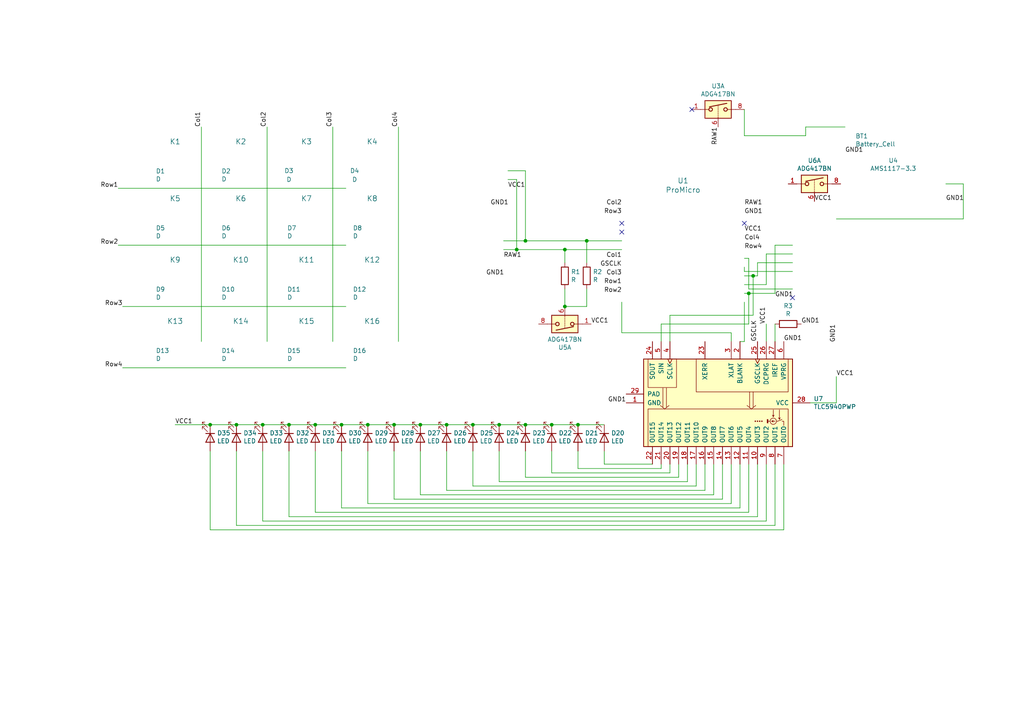
<source format=kicad_sch>
(kicad_sch (version 20231120) (generator "eeschema") (generator_version "8.0")
  (paper "A4")
  (lib_symbols
    (symbol "Analog_Switch:ADG417BN" (pin_names (offset 0.254))
      (property "Reference" "U" (at -3.175 5.334 0))
      (property "Value" "ADG417BN" (at -3.175 3.556 0))
      (symbol "ADG417BN_1_1"
        (rectangle (start -3.81 2.54) (end 3.81 -2.54) (stroke (width 0.254)) (fill (type background)))
        (circle (center -2.159 0) (radius 0.508) (stroke (width 0.254)))
        (polyline (pts (xy -5.08 0) (xy -2.794 0)))
        (polyline (pts (xy -2.54 0.762) (xy 2.54 1.778)) (stroke (width 0.254)))
        (polyline (pts (xy 0 -2.54) (xy 0 -2.032)))
        (polyline (pts (xy 0 -1.778) (xy 0 -1.524)))
        (polyline (pts (xy 0 -1.27) (xy 0 -1.016)))
        (polyline (pts (xy 0 -0.762) (xy 0 -0.508)))
        (polyline (pts (xy 0 -0.254) (xy 0 0)))
        (polyline (pts (xy 0 0.254) (xy 0 0.508)))
        (polyline (pts (xy 0 0.762) (xy 0 1.016)))
        (polyline (pts (xy 5.08 0) (xy 2.794 0)))
        (circle (center 2.159 0) (radius 0.508) (stroke (width 0.254)))
        (pin passive line (at -7.62 0 0) (length 2.54) (name "~") (number "1"))
        (pin input line (at 0 -5.08 90) (length 2.54) (name "~") (number "6"))
        (pin passive line (at 7.62 0 180) (length 2.54) (name "~") (number "8"))
      )
      (symbol "ADG417BN_2_0"
        (pin no_connect line (at -2.54 10.16 270) (length 2.54) hide (name "NC") (number "2"))
        (pin power_in line (at 0 -12.7 90) (length 2.54) (name "GND") (number "3"))
        (pin power_in line (at 0 12.7 270) (length 2.54) (name "V+") (number "4"))
        (pin power_in line (at 2.54 12.7 270) (length 2.54) (name "VL") (number "5"))
        (pin power_in line (at 2.54 -12.7 90) (length 2.54) (name "V-") (number "7"))
      )
      (symbol "ADG417BN_2_1"
        (rectangle (start -3.81 10.16) (end 6.35 -10.16) (stroke (width 0.254)) (fill (type background)))
      )
    )
    (symbol "Device:LED" (pin_numbers hide) (pin_names (offset 1.016) hide)
      (property "Reference" "D" (at 0 2.54 0))
      (property "Value" "LED" (at 0 -2.54 0))
      (symbol "LED_0_1"
        (polyline (pts (xy -1.27 -1.27) (xy -1.27 1.27)) (stroke (width 0.254)))
        (polyline (pts (xy -1.27 0) (xy 1.27 0)))
        (polyline (pts (xy 1.27 -1.27) (xy 1.27 1.27) (xy -1.27 0) (xy 1.27 -1.27)) (stroke (width 0.254)))
        (polyline (pts (xy -3.048 -0.762) (xy -4.572 -2.286) (xy -3.81 -2.286) (xy -4.572 -2.286) (xy -4.572 -1.524)))
        (polyline (pts (xy -1.778 -0.762) (xy -3.302 -2.286) (xy -2.54 -2.286) (xy -3.302 -2.286) (xy -3.302 -1.524)))
      )
      (symbol "LED_1_1"
        (pin passive line (at -3.81 0 0) (length 2.54) (name "K") (number "1"))
        (pin passive line (at 3.81 0 180) (length 2.54) (name "A") (number "2"))
      )
    )
    (symbol "Device:R" (pin_numbers hide) (pin_names (offset 0))
      (property "Reference" "R" (at 2.032 0 90))
      (property "Value" "R" (at 0 0 90))
      (symbol "R_0_1"
        (rectangle (start -1.016 -2.54) (end 1.016 2.54) (stroke (width 0.254)))
      )
      (symbol "R_1_1"
        (pin passive line (at 0 3.81 270) (length 1.27) (name "~") (number "1"))
        (pin passive line (at 0 -3.81 90) (length 1.27) (name "~") (number "2"))
      )
    )
    (symbol "Driver_LED:TLC5940PWP" (pin_names (offset 1.016))
      (property "Reference" "U" (at -12.7 22.225 0))
      (property "Value" "TLC5940PWP" (at 1.27 22.225 0))
      (symbol "TLC5940PWP_0_1"
        (rectangle (start -12.7 -21.59) (end -4.445 -13.335))
        (rectangle (start -12.7 19.05) (end -3.175 -7.62))
        (rectangle (start -12.7 20.32) (end 12.7 -22.86) (stroke (width 0.254)) (fill (type background)))
        (polyline (pts (xy -4.318 -16.256) (xy 1.27 -16.256)))
        (polyline (pts (xy -3.175 8.89) (xy 1.27 8.89)))
        (polyline (pts (xy 1.27 -17.272) (xy -4.318 -17.272)))
        (polyline (pts (xy 1.27 7.874) (xy -3.175 7.874)))
        (polyline (pts (xy 1.778 -16.764) (xy 0.762 -18.034)))
        (polyline (pts (xy 1.778 -16.764) (xy 0.762 -15.494)))
        (polyline (pts (xy 1.778 8.382) (xy 0.762 7.112)))
        (polyline (pts (xy 1.778 8.382) (xy 0.762 9.652)))
        (polyline (pts (xy 5.334 13.716) (xy 5.334 13.208)))
        (polyline (pts (xy 5.334 14.224) (xy 5.588 14.732)))
        (polyline (pts (xy 5.334 15.24) (xy 5.334 14.224) (xy 5.08 14.732)))
        (polyline (pts (xy 5.334 15.748) (xy 5.334 16.002) (xy 4.826 17.272)))
        (polyline (pts (xy 5.334 17.272) (xy 5.334 17.78) (xy 6.604 17.78)))
        (polyline (pts (xy 2.032 14.732) (xy 4.064 14.732) (xy 3.556 14.986) (xy 4.064 14.732) (xy 3.556 14.478)))
        (polyline (pts (xy 2.032 16.51) (xy 4.826 16.51) (xy 4.318 16.764) (xy 4.826 16.51) (xy 4.318 16.256)))
        (rectangle (start 1.778 19.05) (end 12.7 -21.59))
        (rectangle (start 4.826 13.208) (end 5.842 12.954) (fill (type outline)))
        (circle (center 5.334 9.525) (radius 0.127) (fill (type outline)))
        (circle (center 5.334 10.16) (radius 0.127) (fill (type outline)))
        (circle (center 5.334 10.795) (radius 0.127) (fill (type outline)))
        (circle (center 5.334 11.43) (radius 0.127) (fill (type outline)))
        (circle (center 5.334 14.732) (radius 0.9144))
      )
      (symbol "TLC5940PWP_1_1"
        (pin power_in line (at 0 -27.94 90) (length 5.08) (name "GND") (number "1"))
        (pin open_collector line (at 17.78 10.16 180) (length 5.08) (name "OUT3") (number "10"))
        (pin open_collector line (at 17.78 7.62 180) (length 5.08) (name "OUT4") (number "11"))
        (pin open_collector line (at 17.78 5.08 180) (length 5.08) (name "OUT5") (number "12"))
        (pin open_collector line (at 17.78 2.54 180) (length 5.08) (name "OUT6") (number "13"))
        (pin open_collector line (at 17.78 0 180) (length 5.08) (name "OUT7") (number "14"))
        (pin open_collector line (at 17.78 -2.54 180) (length 5.08) (name "OUT8") (number "15"))
        (pin open_collector line (at 17.78 -5.08 180) (length 5.08) (name "OUT9") (number "16"))
        (pin open_collector line (at 17.78 -7.62 180) (length 5.08) (name "OUT10") (number "17"))
        (pin open_collector line (at 17.78 -10.16 180) (length 5.08) (name "OUT11") (number "18"))
        (pin open_collector line (at 17.78 -12.7 180) (length 5.08) (name "OUT12") (number "19"))
        (pin input line (at -17.78 5.08 0) (length 5.08) (name "BLANK") (number "2"))
        (pin open_collector line (at 17.78 -15.24 180) (length 5.08) (name "OUT13") (number "20"))
        (pin open_collector line (at 17.78 -17.78 180) (length 5.08) (name "OUT14") (number "21"))
        (pin open_collector line (at 17.78 -20.32 180) (length 5.08) (name "OUT15") (number "22"))
        (pin open_collector line (at -17.78 -5.08 0) (length 5.08) (name "XERR") (number "23"))
        (pin output line (at -17.78 -20.32 0) (length 5.08) (name "SOUT") (number "24"))
        (pin input clock (at -17.78 10.16 0) (length 5.08) (name "GSCLK") (number "25"))
        (pin input line (at -17.78 12.7 0) (length 5.08) (name "DCPRG") (number "26"))
        (pin input line (at -17.78 15.24 0) (length 5.08) (name "IREF") (number "27"))
        (pin power_in line (at 0 25.4 270) (length 5.08) (name "VCC") (number "28"))
        (pin input line (at -2.54 -27.94 90) (length 5.08) (name "PAD") (number "29"))
        (pin input line (at -17.78 2.54 0) (length 5.08) (name "XLAT") (number "3"))
        (pin input clock (at -17.78 -15.24 0) (length 5.08) (name "SCLK") (number "4"))
        (pin input line (at -17.78 -17.78 0) (length 5.08) (name "SIN") (number "5"))
        (pin input line (at -17.78 17.78 0) (length 5.08) (name "VPRG") (number "6"))
        (pin open_collector line (at 17.78 17.78 180) (length 5.08) (name "OUT0") (number "7"))
        (pin open_collector line (at 17.78 15.24 180) (length 5.08) (name "OUT1") (number "8"))
        (pin open_collector line (at 17.78 12.7 180) (length 5.08) (name "OUT2") (number "9"))
      )
    )
  )
  (junction (at 170.18 69.85))
  (junction (at 99.06 123.19))
  (junction (at 76.2 123.19))
  (junction (at 83.82 123.19))
  (junction (at 149.86 72.39))
  (junction (at 114.3 123.19))
  (junction (at 68.58 123.19))
  (junction (at 121.92 123.19))
  (junction (at 144.78 123.19))
  (junction (at 106.68 123.19))
  (junction (at 218.44 80.01))
  (junction (at 163.83 72.39))
  (junction (at 167.64 123.19))
  (junction (at 160.02 123.19))
  (junction (at 163.83 88.9))
  (junction (at 137.16 123.19))
  (junction (at 152.4 123.19))
  (junction (at 60.96 123.19))
  (junction (at 217.17 85.09))
  (junction (at 129.54 123.19))
  (junction (at 91.44 123.19))
  (junction (at 152.4 69.85))
  (no_connect (at 200.66 31.75))
  (no_connect (at 180.34 64.77))
  (no_connect (at 215.9 64.77))
  (no_connect (at 356.87 29.21))
  (no_connect (at 229.87 86.36))
  (no_connect (at 180.34 67.31))
  (wire (pts (xy 209.55 144.78) (xy 114.3 144.78)))
  (wire (pts (xy 217.17 85.09) (xy 217.17 93.98)))
  (wire (pts (xy 58.42 36.83) (xy 58.42 99.06)))
  (wire (pts (xy 242.57 116.84) (xy 242.57 109.22)))
  (wire (pts (xy 201.93 134.62) (xy 201.93 140.97)))
  (wire (pts (xy 129.54 123.19) (xy 137.16 123.19)))
  (wire (pts (xy 163.83 72.39) (xy 180.34 72.39)))
  (wire (pts (xy 191.77 135.89) (xy 167.64 135.89)))
  (wire (pts (xy 222.25 73.66) (xy 222.25 82.55)))
  (wire (pts (xy 160.02 137.16) (xy 160.02 130.81)))
  (wire (pts (xy 146.05 72.39) (xy 149.86 72.39)))
  (wire (pts (xy 217.17 134.62) (xy 217.17 148.59)))
  (wire (pts (xy 115.57 36.83) (xy 115.57 99.06)))
  (wire (pts (xy 189.23 134.62) (xy 175.26 134.62)))
  (wire (pts (xy 227.33 153.67) (xy 60.96 153.67)))
  (wire (pts (xy 152.4 138.43) (xy 152.4 130.81)))
  (wire (pts (xy 99.06 147.32) (xy 99.06 130.81)))
  (wire (pts (xy 83.82 149.86) (xy 83.82 130.81)))
  (wire (pts (xy 227.33 134.62) (xy 227.33 153.67)))
  (wire (pts (xy 191.77 93.98) (xy 191.77 99.06)))
  (wire (pts (xy 170.18 76.2) (xy 170.18 69.85)))
  (wire (pts (xy 212.09 146.05) (xy 106.68 146.05)))
  (wire (pts (xy 194.31 91.44) (xy 194.31 99.06)))
  (wire (pts (xy 279.4 63.5) (xy 242.57 63.5)))
  (wire (pts (xy 137.16 123.19) (xy 144.78 123.19)))
  (wire (pts (xy 217.17 74.93) (xy 215.9 74.93)))
  (wire (pts (xy 196.85 134.62) (xy 196.85 138.43)))
  (wire (pts (xy 35.56 88.9) (xy 100.33 88.9)))
  (wire (pts (xy 68.58 152.4) (xy 68.58 130.81)))
  (wire (pts (xy 212.09 134.62) (xy 212.09 146.05)))
  (wire (pts (xy 201.93 140.97) (xy 137.16 140.97)))
  (wire (pts (xy 91.44 123.19) (xy 99.06 123.19)))
  (wire (pts (xy 207.01 134.62) (xy 207.01 143.51)))
  (wire (pts (xy 209.55 134.62) (xy 209.55 144.78)))
  (wire (pts (xy 218.44 80.01) (xy 218.44 91.44)))
  (wire (pts (xy 229.87 83.82) (xy 217.17 83.82)))
  (wire (pts (xy 219.71 80.01) (xy 219.71 76.2)))
  (wire (pts (xy 215.9 85.09) (xy 217.17 85.09)))
  (wire (pts (xy 279.4 53.34) (xy 279.4 63.5)))
  (wire (pts (xy 196.85 138.43) (xy 152.4 138.43)))
  (wire (pts (xy 229.87 78.74) (xy 215.9 78.74)))
  (wire (pts (xy 152.4 69.85) (xy 170.18 69.85)))
  (wire (pts (xy 129.54 142.24) (xy 129.54 130.81)))
  (wire (pts (xy 219.71 76.2) (xy 229.87 76.2)))
  (wire (pts (xy 152.4 49.53) (xy 152.4 69.85)))
  (wire (pts (xy 35.56 106.68) (xy 100.33 106.68)))
  (wire (pts (xy 163.83 76.2) (xy 163.83 72.39)))
  (wire (pts (xy 76.2 123.19) (xy 83.82 123.19)))
  (wire (pts (xy 222.25 99.06) (xy 222.25 93.98)))
  (wire (pts (xy 167.64 123.19) (xy 175.26 123.19)))
  (wire (pts (xy 224.79 152.4) (xy 68.58 152.4)))
  (wire (pts (xy 114.3 123.19) (xy 121.92 123.19)))
  (wire (pts (xy 147.32 49.53) (xy 152.4 49.53)))
  (wire (pts (xy 224.79 93.98) (xy 224.79 99.06)))
  (wire (pts (xy 147.32 52.07) (xy 149.86 52.07)))
  (wire (pts (xy 194.31 134.62) (xy 194.31 137.16)))
  (wire (pts (xy 218.44 80.01) (xy 219.71 80.01)))
  (wire (pts (xy 204.47 134.62) (xy 204.47 142.24)))
  (wire (pts (xy 215.9 78.74) (xy 215.9 77.47)))
  (wire (pts (xy 218.44 91.44) (xy 194.31 91.44)))
  (wire (pts (xy 50.8 123.19) (xy 60.96 123.19)))
  (wire (pts (xy 68.58 123.19) (xy 76.2 123.19)))
  (wire (pts (xy 180.34 96.52) (xy 212.09 96.52)))
  (wire (pts (xy 191.77 134.62) (xy 191.77 135.89)))
  (wire (pts (xy 217.17 93.98) (xy 191.77 93.98)))
  (wire (pts (xy 146.05 69.85) (xy 152.4 69.85)))
  (wire (pts (xy 121.92 123.19) (xy 129.54 123.19)))
  (wire (pts (xy 91.44 148.59) (xy 91.44 130.81)))
  (wire (pts (xy 233.68 39.37) (xy 215.9 39.37)))
  (wire (pts (xy 222.25 82.55) (xy 215.9 82.55)))
  (wire (pts (xy 114.3 144.78) (xy 114.3 130.81)))
  (wire (pts (xy 274.32 53.34) (xy 279.4 53.34)))
  (wire (pts (xy 215.9 80.01) (xy 218.44 80.01)))
  (wire (pts (xy 245.11 36.83) (xy 233.68 36.83)))
  (wire (pts (xy 77.47 36.83) (xy 77.47 99.06)))
  (wire (pts (xy 222.25 151.13) (xy 76.2 151.13)))
  (wire (pts (xy 207.01 143.51) (xy 121.92 143.51)))
  (wire (pts (xy 163.83 88.9) (xy 163.83 83.82)))
  (wire (pts (xy 106.68 123.19) (xy 114.3 123.19)))
  (wire (pts (xy 106.68 146.05) (xy 106.68 130.81)))
  (wire (pts (xy 215.9 99.06) (xy 214.63 99.06)))
  (wire (pts (xy 214.63 134.62) (xy 214.63 147.32)))
  (wire (pts (xy 217.17 74.93) (xy 217.17 83.82)))
  (wire (pts (xy 163.83 88.9) (xy 170.18 88.9)))
  (wire (pts (xy 234.95 116.84) (xy 242.57 116.84)))
  (wire (pts (xy 215.9 87.63) (xy 215.9 99.06)))
  (wire (pts (xy 121.92 143.51) (xy 121.92 130.81)))
  (wire (pts (xy 175.26 134.62) (xy 175.26 130.81)))
  (wire (pts (xy 60.96 153.67) (xy 60.96 130.81)))
  (wire (pts (xy 34.29 54.61) (xy 100.33 54.61)))
  (wire (pts (xy 149.86 72.39) (xy 163.83 72.39)))
  (wire (pts (xy 224.79 134.62) (xy 224.79 152.4)))
  (wire (pts (xy 144.78 123.19) (xy 152.4 123.19)))
  (wire (pts (xy 199.39 134.62) (xy 199.39 139.7)))
  (wire (pts (xy 149.86 52.07) (xy 149.86 72.39)))
  (wire (pts (xy 137.16 140.97) (xy 137.16 130.81)))
  (wire (pts (xy 214.63 147.32) (xy 99.06 147.32)))
  (wire (pts (xy 222.25 134.62) (xy 222.25 151.13)))
  (wire (pts (xy 217.17 148.59) (xy 91.44 148.59)))
  (wire (pts (xy 83.82 123.19) (xy 91.44 123.19)))
  (wire (pts (xy 180.34 87.63) (xy 180.34 96.52)))
  (wire (pts (xy 215.9 39.37) (xy 215.9 31.75)))
  (wire (pts (xy 152.4 123.19) (xy 160.02 123.19)))
  (wire (pts (xy 219.71 149.86) (xy 83.82 149.86)))
  (wire (pts (xy 160.02 123.19) (xy 167.64 123.19)))
  (wire (pts (xy 224.79 85.09) (xy 224.79 71.12)))
  (wire (pts (xy 219.71 134.62) (xy 219.71 149.86)))
  (wire (pts (xy 224.79 71.12) (xy 229.87 71.12)))
  (wire (pts (xy 199.39 139.7) (xy 144.78 139.7)))
  (wire (pts (xy 60.96 123.19) (xy 68.58 123.19)))
  (wire (pts (xy 170.18 88.9) (xy 170.18 83.82)))
  (wire (pts (xy 167.64 135.89) (xy 167.64 130.81)))
  (wire (pts (xy 233.68 36.83) (xy 233.68 39.37)))
  (wire (pts (xy 34.29 71.12) (xy 100.33 71.12)))
  (wire (pts (xy 204.47 142.24) (xy 129.54 142.24)))
  (wire (pts (xy 229.87 73.66) (xy 222.25 73.66)))
  (wire (pts (xy 99.06 123.19) (xy 106.68 123.19)))
  (wire (pts (xy 212.09 96.52) (xy 212.09 99.06)))
  (wire (pts (xy 96.52 36.83) (xy 96.52 99.06)))
  (wire (pts (xy 194.31 137.16) (xy 160.02 137.16)))
  (wire (pts (xy 217.17 85.09) (xy 224.79 85.09)))
  (wire (pts (xy 76.2 151.13) (xy 76.2 130.81)))
  (wire (pts (xy 170.18 69.85) (xy 180.34 69.85)))
  (wire (pts (xy 144.78 139.7) (xy 144.78 130.81)))
  (label "VCC1" (at 147.32 54.61 0))
  (label "GND1" (at 215.9 62.23 0))
  (label "GND1" (at 181.61 116.84 180))
  (label "Row3" (at 35.56 88.9 180))
  (label "VCC1" (at 171.45 93.98 0))
  (label "GSCLK" (at 180.34 77.47 180))
  (label "Row1" (at 34.29 54.61 180))
  (label "VCC1" (at 50.8 123.19 0))
  (label "GND1" (at 142.24 59.69 0))
  (label "Col1" (at 180.34 74.93 180))
  (label "RAW1" (at 208.28 36.83 270))
  (label "Col2" (at 180.34 59.69 180))
  (label "Col3" (at 180.34 80.01 180))
  (label "GND1" (at 232.41 93.98 0))
  (label "Row4" (at 35.56 106.68 180))
  (label "GND1" (at 245.11 44.45 0))
  (label "VCC1" (at 242.57 109.22 0))
  (label "Col1" (at 58.42 36.83 90))
  (label "GND1" (at 274.32 58.42 0))
  (label "GND1" (at 227.33 99.06 0))
  (label "GND1" (at 242.57 93.98 270))
  (label "VCC1" (at 236.22 58.42 0))
  (label "GSCLK" (at 219.71 99.06 90))
  (label "Col4" (at 215.9 69.85 0))
  (label "GND1" (at 224.79 86.36 0))
  (label "Col3" (at 96.52 36.83 90))
  (label "Col2" (at 77.47 36.83 90))
  (label "Row3" (at 180.34 62.23 180))
  (label "Row2" (at 180.34 85.09 180))
  (label "Row4" (at 215.9 72.39 0))
  (label "RAW1" (at 146.05 74.93 0))
  (label "Row1" (at 180.34 82.55 180))
  (label "RAW1" (at 215.9 59.69 0))
  (label "GND1" (at 140.97 80.01 0))
  (label "VCC1" (at 215.9 67.31 0))
  (label "Row2" (at 34.29 71.12 180))
  (label "VCC1" (at 222.25 93.98 90))
  (label "Col4" (at 115.57 36.83 90))
  (symbol (lib_id "arrowPad-rescue:ProMicro-promicro") (at 198.12 78.74 0) (unit 1)
    (property "Reference" "U1" (at 198.12 52.4002 0) (effects (font (size 1.524 1.524))))
    (property "Value" "ProMicro" (at 198.12 55.0926 0) (effects (font (size 1.524 1.524))))
    (property "Footprint" "foots:ProMicroPinsFlipped" (effects (hide yes)))
  )
  (symbol (lib_id "arrowPad-rescue:KEYSW-keyboard_parts") (at 88.9 46.99 0) (unit 1)
    (property "Reference" "K3" (at 88.9 41.0718 0) (effects (font (size 1.524 1.524))))
    (property "Value" "KEYSW" (effects (hide yes)))
    (property "Footprint" "keyswitches:PG1350_socket" (effects (hide yes)))
  )
  (symbol (lib_id "arrowPad-rescue:D-Device") (at 81.28 50.8 90) (unit 1)
    (property "Reference" "D3" (at 83.82 49.53 90))
    (property "Value" "D" (at 83.82 52.07 90))
    (property "Footprint" "keyboard_parts:D_SOD123_axial_noSMD" (effects (hide yes)))
  )
  (symbol (lib_id "arrowPad-rescue:D-Device") (at 62.23 50.8 90) (unit 1)
    (property "Reference" "D2" (at 64.2366 49.6316 90) (effects (justify right)))
    (property "Value" "D" (at 64.2366 51.943 90) (effects (justify right)))
    (property "Footprint" "keyboard_parts:D_SOD123_axial_noSMD" (effects (hide yes)))
  )
  (symbol (lib_id "arrowPad-rescue:KEYSW-keyboard_parts") (at 69.85 46.99 0) (unit 1)
    (property "Reference" "K2" (at 69.85 41.0718 0) (effects (font (size 1.524 1.524))))
    (property "Value" "KEYSW" (effects (hide yes)))
    (property "Footprint" "keyswitches:PG1350_socket" (effects (hide yes)))
  )
  (symbol (lib_id "arrowPad-rescue:KEYSW-keyboard_parts") (at 50.8 46.99 0) (unit 1)
    (property "Reference" "K1" (at 50.8 41.0718 0) (effects (font (size 1.524 1.524))))
    (property "Value" "KEYSW" (effects (hide yes)))
    (property "Footprint" "keyswitches:PG1350_socket" (effects (hide yes)))
  )
  (symbol (lib_id "arrowPad-rescue:KEYSW-keyboard_parts") (at 50.8 63.5 0) (unit 1)
    (property "Reference" "K5" (at 50.8 57.5818 0) (effects (font (size 1.524 1.524))))
    (property "Value" "KEYSW" (effects (hide yes)))
    (property "Footprint" "keyswitches:PG1350_socket" (effects (hide yes)))
  )
  (symbol (lib_id "arrowPad-rescue:KEYSW-keyboard_parts") (at 69.85 63.5 0) (unit 1)
    (property "Reference" "K6" (at 69.85 57.5818 0) (effects (font (size 1.524 1.524))))
    (property "Value" "KEYSW" (effects (hide yes)))
    (property "Footprint" "keyswitches:PG1350_socket" (effects (hide yes)))
  )
  (symbol (lib_id "arrowPad-rescue:KEYSW-keyboard_parts") (at 88.9 63.5 0) (unit 1)
    (property "Reference" "K7" (at 88.9 57.5818 0) (effects (font (size 1.524 1.524))))
    (property "Value" "KEYSW" (effects (hide yes)))
    (property "Footprint" "keyswitches:PG1350_socket" (effects (hide yes)))
  )
  (symbol (lib_id "arrowPad-rescue:D-Device") (at 43.18 50.8 90) (unit 1)
    (property "Reference" "D1" (at 45.1866 49.6316 90) (effects (justify right)))
    (property "Value" "D" (at 45.1866 51.943 90) (effects (justify right)))
    (property "Footprint" "keyboard_parts:D_SOD123_axial_noSMD" (effects (hide yes)))
  )
  (symbol (lib_id "arrowPad-rescue:D-Device") (at 43.18 67.31 90) (unit 1)
    (property "Reference" "D5" (at 45.1866 66.1416 90) (effects (justify right)))
    (property "Value" "D" (at 45.1866 68.453 90) (effects (justify right)))
    (property "Footprint" "keyboard_parts:D_SOD123_axial_noSMD" (effects (hide yes)))
  )
  (symbol (lib_id "arrowPad-rescue:D-Device") (at 62.23 67.31 90) (unit 1)
    (property "Reference" "D6" (at 64.2366 66.1416 90) (effects (justify right)))
    (property "Value" "D" (at 64.2366 68.453 90) (effects (justify right)))
    (property "Footprint" "keyboard_parts:D_SOD123_axial_noSMD" (effects (hide yes)))
  )
  (symbol (lib_id "arrowPad-rescue:D-Device") (at 81.28 67.31 90) (unit 1)
    (property "Reference" "D7" (at 83.2866 66.1416 90) (effects (justify right)))
    (property "Value" "D" (at 83.2866 68.453 90) (effects (justify right)))
    (property "Footprint" "keyboard_parts:D_SOD123_axial_noSMD" (effects (hide yes)))
  )
  (symbol (lib_id "arrowPad-rescue:NRF24L01_Breakout-RF") (at 242.57 78.74 0) (unit 1)
    (property "Reference" "U2" (at 254.7112 79.2988 0) (effects (justify left)))
    (property "Value" "NRF24L01_Breakout" (at 254.7112 81.6102 0) (effects (justify left)))
    (property "Footprint" "keyboard_parts:nrf24l01header" (effects (hide yes)))
    (property "Datasheet" "http://www.nordicsemi.com/eng/content/download/2730/34105/file/nRF24L01_Product_Specification_v2_0.pdf" (effects (hide yes)))
  )
  (symbol (lib_id "arrowPad-rescue:Battery_Cell-Device") (at 245.11 41.91 0) (unit 1)
    (property "Reference" "BT1" (at 248.1072 39.4716 0) (effects (justify left)))
    (property "Value" "Battery_Cell" (at 248.1072 41.783 0) (effects (justify left)))
    (property "Footprint" "Connector_PinHeader_2.54mm:PinHeader_1x02_P2.54mm_Vertical" (effects (hide yes)))
  )
  (symbol (lib_id "arrowPad-rescue:KEYSW-keyboard_parts") (at 50.8 81.28 0) (unit 1)
    (property "Reference" "K9" (at 50.8 75.3618 0) (effects (font (size 1.524 1.524))))
    (property "Value" "KEYSW" (effects (hide yes)))
    (property "Footprint" "keyswitches:PG1350_socket" (effects (hide yes)))
  )
  (symbol (lib_id "arrowPad-rescue:KEYSW-keyboard_parts") (at 69.85 81.28 0) (unit 1)
    (property "Reference" "K10" (at 69.85 75.3618 0) (effects (font (size 1.524 1.524))))
    (property "Value" "KEYSW" (effects (hide yes)))
    (property "Footprint" "keyswitches:PG1350_socket" (effects (hide yes)))
  )
  (symbol (lib_id "arrowPad-rescue:KEYSW-keyboard_parts") (at 88.9 81.28 0) (unit 1)
    (property "Reference" "K11" (at 88.9 75.3618 0) (effects (font (size 1.524 1.524))))
    (property "Value" "KEYSW" (effects (hide yes)))
    (property "Footprint" "keyswitches:PG1350_socket" (effects (hide yes)))
  )
  (symbol (lib_id "arrowPad-rescue:D-Device") (at 43.18 85.09 90) (unit 1)
    (property "Reference" "D9" (at 45.1866 83.9216 90) (effects (justify right)))
    (property "Value" "D" (at 45.1866 86.233 90) (effects (justify right)))
    (property "Footprint" "keyboard_parts:D_SOD123_axial_noSMD" (effects (hide yes)))
  )
  (symbol (lib_id "arrowPad-rescue:D-Device") (at 62.23 85.09 90) (unit 1)
    (property "Reference" "D10" (at 64.2366 83.9216 90) (effects (justify right)))
    (property "Value" "D" (at 64.2366 86.233 90) (effects (justify right)))
    (property "Footprint" "keyboard_parts:D_SOD123_axial_noSMD" (effects (hide yes)))
  )
  (symbol (lib_id "arrowPad-rescue:D-Device") (at 81.28 85.09 90) (unit 1)
    (property "Reference" "D11" (at 83.2866 83.9216 90) (effects (justify right)))
    (property "Value" "D" (at 83.2866 86.233 90) (effects (justify right)))
    (property "Footprint" "keyboard_parts:D_SOD123_axial_noSMD" (effects (hide yes)))
  )
  (symbol (lib_id "arrowPad-rescue:AudioJack3_Ground-Connector") (at 142.24 52.07 0) (unit 1)
    (property "Reference" "J1" (at 141.732 43.815 0))
    (property "Value" "AudioJack3_Ground" (at 141.732 46.1264 0))
    (property "Footprint" "SJ-43514-SMT:CUI_SJ-43514-SMT" (effects (hide yes)))
  )
  (symbol (lib_id "arrowPad-rescue:AudioJack3_Ground-Connector") (at 140.97 72.39 0) (unit 1)
    (property "Reference" "J2" (at 140.462 64.135 0))
    (property "Value" "AudioJack3_Ground" (at 140.462 66.4464 0))
    (property "Footprint" "SJ-43514-SMT:CUI_SJ-43514-SMT" (effects (hide yes)))
  )
  (symbol (lib_id "Analog_Switch:ADG417BN") (at 208.28 31.75 0) (unit 1)
    (property "Reference" "U3" (at 208.28 24.9682 0))
    (property "Value" "ADG417BN" (at 208.28 27.2796 0))
    (property "Footprint" "Connector_PinHeader_2.54mm:PinHeader_1x03_P2.54mm_Vertical" (effects (hide yes)))
    (property "Datasheet" "http://www.analog.com/media/en/technical-documentation/data-sheets/ADG417.pdf" (effects (hide yes)))
  )
  (symbol (lib_id "AMS1117-3.3:AMS1117-3.3") (at 259.08 55.88 0) (unit 1)
    (property "Reference" "U4" (at 259.08 46.5582 0))
    (property "Value" "AMS1117-3.3" (at 259.08 48.8696 0))
    (property "Footprint" "AMS1117-3.3:SOT229P700X180-4N" (effects (hide yes)))
    (property "Datasheet" "Sot223/Pkg 1-Amp 3.3-Volt Low Drop Out Voltage Regulatator" (effects (hide yes)))
    (property "Field4" "Advanced Monolithic Systems" (effects (hide yes)))
    (property "Field5" "None" (effects (hide yes)))
    (property "Field6" "Unavailable" (effects (hide yes)))
    (property "Field7" "None" (effects (hide yes)))
    (property "Field8" "AMS1117-3.3" (effects (hide yes)))
  )
  (symbol (lib_id "arrowPad-rescue:KEYSW-keyboard_parts") (at 107.95 46.99 0) (unit 1)
    (property "Reference" "K4" (at 107.95 41.0718 0) (effects (font (size 1.524 1.524))))
    (property "Value" "KEYSW" (effects (hide yes)))
    (property "Footprint" "keyswitches:PG1350_socket" (effects (hide yes)))
  )
  (symbol (lib_id "arrowPad-rescue:D-Device") (at 100.33 50.8 90) (unit 1)
    (property "Reference" "D4" (at 102.87 49.53 90))
    (property "Value" "D" (at 102.87 52.07 90))
    (property "Footprint" "keyboard_parts:D_SOD123_axial_noSMD" (effects (hide yes)))
  )
  (symbol (lib_id "arrowPad-rescue:KEYSW-keyboard_parts") (at 107.95 63.5 0) (unit 1)
    (property "Reference" "K8" (at 107.95 57.5818 0) (effects (font (size 1.524 1.524))))
    (property "Value" "KEYSW" (effects (hide yes)))
    (property "Footprint" "keyswitches:PG1350_socket" (effects (hide yes)))
  )
  (symbol (lib_id "arrowPad-rescue:D-Device") (at 100.33 67.31 90) (unit 1)
    (property "Reference" "D8" (at 102.3366 66.1416 90) (effects (justify right)))
    (property "Value" "D" (at 102.3366 68.453 90) (effects (justify right)))
    (property "Footprint" "keyboard_parts:D_SOD123_axial_noSMD" (effects (hide yes)))
  )
  (symbol (lib_id "arrowPad-rescue:KEYSW-keyboard_parts") (at 107.95 81.28 0) (unit 1)
    (property "Reference" "K12" (at 107.95 75.3618 0) (effects (font (size 1.524 1.524))))
    (property "Value" "KEYSW" (effects (hide yes)))
    (property "Footprint" "keyswitches:PG1350_socket" (effects (hide yes)))
  )
  (symbol (lib_id "arrowPad-rescue:D-Device") (at 100.33 85.09 90) (unit 1)
    (property "Reference" "D12" (at 102.3366 83.9216 90) (effects (justify right)))
    (property "Value" "D" (at 102.3366 86.233 90) (effects (justify right)))
    (property "Footprint" "keyboard_parts:D_SOD123_axial_noSMD" (effects (hide yes)))
  )
  (symbol (lib_id "arrowPad-rescue:KEYSW-keyboard_parts") (at 50.8 99.06 0) (unit 1)
    (property "Reference" "K13" (at 50.8 93.1418 0) (effects (font (size 1.524 1.524))))
    (property "Value" "KEYSW" (effects (hide yes)))
    (property "Footprint" "keyswitches:PG1350_socket" (effects (hide yes)))
  )
  (symbol (lib_id "arrowPad-rescue:KEYSW-keyboard_parts") (at 69.85 99.06 0) (unit 1)
    (property "Reference" "K14" (at 69.85 93.1418 0) (effects (font (size 1.524 1.524))))
    (property "Value" "KEYSW" (effects (hide yes)))
    (property "Footprint" "keyswitches:PG1350_socket" (effects (hide yes)))
  )
  (symbol (lib_id "arrowPad-rescue:KEYSW-keyboard_parts") (at 88.9 99.06 0) (unit 1)
    (property "Reference" "K15" (at 88.9 93.1418 0) (effects (font (size 1.524 1.524))))
    (property "Value" "KEYSW" (effects (hide yes)))
    (property "Footprint" "keyswitches:PG1350_socket" (effects (hide yes)))
  )
  (symbol (lib_id "arrowPad-rescue:D-Device") (at 43.18 102.87 90) (unit 1)
    (property "Reference" "D13" (at 45.1866 101.7016 90) (effects (justify right)))
    (property "Value" "D" (at 45.1866 104.013 90) (effects (justify right)))
    (property "Footprint" "keyboard_parts:D_SOD123_axial_noSMD" (effects (hide yes)))
  )
  (symbol (lib_id "arrowPad-rescue:D-Device") (at 62.23 102.87 90) (unit 1)
    (property "Reference" "D14" (at 64.2366 101.7016 90) (effects (justify right)))
    (property "Value" "D" (at 64.2366 104.013 90) (effects (justify right)))
    (property "Footprint" "keyboard_parts:D_SOD123_axial_noSMD" (effects (hide yes)))
  )
  (symbol (lib_id "arrowPad-rescue:D-Device") (at 81.28 102.87 90) (unit 1)
    (property "Reference" "D15" (at 83.2866 101.7016 90) (effects (justify right)))
    (property "Value" "D" (at 83.2866 104.013 90) (effects (justify right)))
    (property "Footprint" "keyboard_parts:D_SOD123_axial_noSMD" (effects (hide yes)))
  )
  (symbol (lib_id "arrowPad-rescue:KEYSW-keyboard_parts") (at 107.95 99.06 0) (unit 1)
    (property "Reference" "K16" (at 107.95 93.1418 0) (effects (font (size 1.524 1.524))))
    (property "Value" "KEYSW" (effects (hide yes)))
    (property "Footprint" "keyswitches:PG1350_socket" (effects (hide yes)))
  )
  (symbol (lib_id "arrowPad-rescue:D-Device") (at 100.33 102.87 90) (unit 1)
    (property "Reference" "D16" (at 102.3366 101.7016 90) (effects (justify right)))
    (property "Value" "D" (at 102.3366 104.013 90) (effects (justify right)))
    (property "Footprint" "keyboard_parts:D_SOD123_axial_noSMD" (effects (hide yes)))
  )
  (symbol (lib_id "Analog_Switch:ADG417BN") (at 163.83 93.98 180) (unit 1)
    (property "Reference" "U5" (at 163.83 100.7618 0))
    (property "Value" "ADG417BN" (at 163.83 98.4504 0))
    (property "Footprint" "Connector_PinHeader_2.54mm:PinHeader_1x03_P2.54mm_Vertical" (effects (hide yes)))
    (property "Datasheet" "http://www.analog.com/media/en/technical-documentation/data-sheets/ADG417.pdf" (effects (hide yes)))
  )
  (symbol (lib_id "Device:R") (at 170.18 80.01 0) (unit 1)
    (property "Reference" "R2" (at 171.958 78.8416 0) (effects (justify left)))
    (property "Value" "R" (at 171.958 81.153 0) (effects (justify left)))
    (property "Footprint" "keyboard_parts:D_SOD123_axial" (effects (hide yes)))
  )
  (symbol (lib_id "Device:R") (at 163.83 80.01 0) (unit 1)
    (property "Reference" "R1" (at 165.608 78.8416 0) (effects (justify left)))
    (property "Value" "R" (at 165.608 81.153 0) (effects (justify left)))
    (property "Footprint" "keyboard_parts:D_SOD123_axial" (effects (hide yes)))
  )
  (symbol (lib_id "Analog_Switch:ADG417BN") (at 236.22 53.34 0) (unit 1)
    (property "Reference" "U6" (at 236.22 46.5582 0))
    (property "Value" "ADG417BN" (at 236.22 48.8696 0))
    (property "Footprint" "Connector_PinHeader_2.54mm:PinHeader_1x03_P2.54mm_Vertical" (effects (hide yes)))
    (property "Datasheet" "http://www.analog.com/media/en/technical-documentation/data-sheets/ADG417.pdf" (effects (hide yes)))
  )
  (symbol (lib_id "Device:LED") (at 175.26 127 270) (unit 1)
    (property "Reference" "D20" (at 177.2666 125.603 90) (effects (justify left)))
    (property "Value" "LED" (at 177.2666 127.9144 90) (effects (justify left)))
    (property "Footprint" "foots:C_3528v1" (effects (hide yes)))
  )
  (symbol (lib_id "Device:LED") (at 167.64 127 270) (unit 1)
    (property "Reference" "D21" (at 169.6466 125.603 90) (effects (justify left)))
    (property "Value" "LED" (at 169.6466 127.9144 90) (effects (justify left)))
    (property "Footprint" "foots:C_3528v1" (effects (hide yes)))
  )
  (symbol (lib_id "Device:LED") (at 160.02 127 270) (unit 1)
    (property "Reference" "D22" (at 162.0266 125.603 90) (effects (justify left)))
    (property "Value" "LED" (at 162.0266 127.9144 90) (effects (justify left)))
    (property "Footprint" "foots:C_3528v1" (effects (hide yes)))
  )
  (symbol (lib_id "Device:LED") (at 152.4 127 270) (unit 1)
    (property "Reference" "D23" (at 154.4066 125.603 90) (effects (justify left)))
    (property "Value" "LED" (at 154.4066 127.9144 90) (effects (justify left)))
    (property "Footprint" "foots:C_3528v1" (effects (hide yes)))
  )
  (symbol (lib_id "Device:LED") (at 144.78 127 270) (unit 1)
    (property "Reference" "D24" (at 146.7866 125.603 90) (effects (justify left)))
    (property "Value" "LED" (at 146.7866 127.9144 90) (effects (justify left)))
    (property "Footprint" "foots:C_3528v1" (effects (hide yes)))
  )
  (symbol (lib_id "Device:LED") (at 137.16 127 270) (unit 1)
    (property "Reference" "D25" (at 139.1666 125.603 90) (effects (justify left)))
    (property "Value" "LED" (at 139.1666 127.9144 90) (effects (justify left)))
    (property "Footprint" "foots:C_3528v1" (effects (hide yes)))
  )
  (symbol (lib_id "Device:LED") (at 129.54 127 270) (unit 1)
    (property "Reference" "D26" (at 131.5466 125.603 90) (effects (justify left)))
    (property "Value" "LED" (at 131.5466 127.9144 90) (effects (justify left)))
    (property "Footprint" "foots:C_3528v1" (effects (hide yes)))
  )
  (symbol (lib_id "Device:LED") (at 121.92 127 270) (unit 1)
    (property "Reference" "D27" (at 123.9266 125.603 90) (effects (justify left)))
    (property "Value" "LED" (at 123.9266 127.9144 90) (effects (justify left)))
    (property "Footprint" "foots:C_3528v1" (effects (hide yes)))
  )
  (symbol (lib_id "Device:LED") (at 114.3 127 270) (unit 1)
    (property "Reference" "D28" (at 116.3066 125.603 90) (effects (justify left)))
    (property "Value" "LED" (at 116.3066 127.9144 90) (effects (justify left)))
    (property "Footprint" "foots:C_3528v1" (effects (hide yes)))
  )
  (symbol (lib_id "Device:LED") (at 106.68 127 270) (unit 1)
    (property "Reference" "D29" (at 108.6866 125.603 90) (effects (justify left)))
    (property "Value" "LED" (at 108.6866 127.9144 90) (effects (justify left)))
    (property "Footprint" "foots:C_3528v1" (effects (hide yes)))
  )
  (symbol (lib_id "Device:LED") (at 99.06 127 270) (unit 1)
    (property "Reference" "D30" (at 101.0666 125.603 90) (effects (justify left)))
    (property "Value" "LED" (at 101.0666 127.9144 90) (effects (justify left)))
    (property "Footprint" "foots:C_3528v1" (effects (hide yes)))
  )
  (symbol (lib_id "Device:LED") (at 91.44 127 270) (unit 1)
    (property "Reference" "D31" (at 93.4466 125.603 90) (effects (justify left)))
    (property "Value" "LED" (at 93.4466 127.9144 90) (effects (justify left)))
    (property "Footprint" "foots:C_3528v1" (effects (hide yes)))
  )
  (symbol (lib_id "Device:LED") (at 83.82 127 270) (unit 1)
    (property "Reference" "D32" (at 85.8266 125.603 90) (effects (justify left)))
    (property "Value" "LED" (at 85.8266 127.9144 90) (effects (justify left)))
    (property "Footprint" "foots:C_3528v1" (effects (hide yes)))
  )
  (symbol (lib_id "Device:LED") (at 76.2 127 270) (unit 1)
    (property "Reference" "D33" (at 78.2066 125.603 90) (effects (justify left)))
    (property "Value" "LED" (at 78.2066 127.9144 90) (effects (justify left)))
    (property "Footprint" "foots:C_3528v1" (effects (hide yes)))
  )
  (symbol (lib_id "Device:LED") (at 68.58 127 270) (unit 1)
    (property "Reference" "D34" (at 70.5866 125.603 90) (effects (justify left)))
    (property "Value" "LED" (at 70.5866 127.9144 90) (effects (justify left)))
    (property "Footprint" "foots:C_3528v1" (effects (hide yes)))
  )
  (symbol (lib_id "Device:LED") (at 60.96 127 270) (unit 1)
    (property "Reference" "D35" (at 62.9666 125.603 90) (effects (justify left)))
    (property "Value" "LED" (at 62.9666 127.9144 90) (effects (justify left)))
    (property "Footprint" "foots:C_3528v1" (effects (hide yes)))
  )
  (symbol (lib_id "Device:R") (at 228.6 93.98 270) (unit 1)
    (property "Reference" "R3" (at 228.6 88.7222 90))
    (property "Value" "R" (at 228.6 91.0336 90))
    (property "Footprint" "keyboard_parts:D_SOD123_axial" (effects (hide yes)))
  )
  (symbol (lib_id "Driver_LED:TLC5940PWP") (at 209.55 116.84 270) (unit 1)
    (property "Reference" "U7" (at 235.9914 115.6716 90) (effects (justify left)))
    (property "Value" "TLC5940PWP" (at 235.9914 117.983 90) (effects (justify left)))
    (property "Footprint" "Package_SO:HTSSOP-28-1EP_4.4x9.7mm_P0.65mm_EP3.4x9.5mm_Mask2.4x6.17mm_ThermalVias" (effects (hide yes)))
    (property "Datasheet" "http://www.ti.com/lit/ds/symlink/tlc5940.pdf" (effects (hide yes)))
  )
)
</source>
